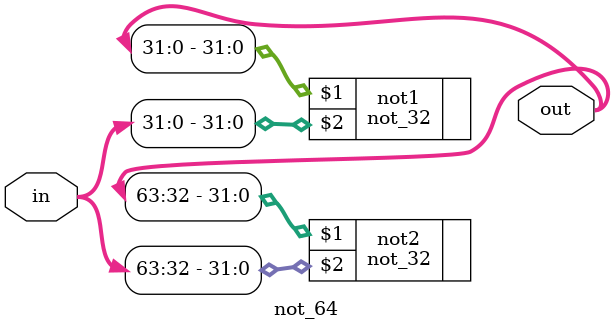
<source format=v>
module not_64(out, in);

	input [63:0] in;
	output [63:0] out;
	
	not_32 not1(out[31:0], in[31:0]);
	not_32 not2(out[63:32], in[63:32]);
	
endmodule

</source>
